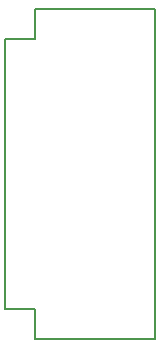
<source format=gko>
G04 #@! TF.FileFunction,Profile,NP*
%FSLAX46Y46*%
G04 Gerber Fmt 4.6, Leading zero omitted, Abs format (unit mm)*
G04 Created by KiCad (PCBNEW 4.0.1-stable) date 2/16/2016 3:06:14 PM*
%MOMM*%
G01*
G04 APERTURE LIST*
%ADD10C,0.100000*%
%ADD11C,0.150000*%
G04 APERTURE END LIST*
D10*
D11*
X127000000Y-91440000D02*
X127000000Y-114300000D01*
X129540000Y-91440000D02*
X127000000Y-91440000D01*
X129540000Y-88900000D02*
X129540000Y-91440000D01*
X139700000Y-88900000D02*
X129540000Y-88900000D01*
X139700000Y-116840000D02*
X139700000Y-88900000D01*
X129540000Y-116840000D02*
X139700000Y-116840000D01*
X129540000Y-114300000D02*
X129540000Y-116840000D01*
X127000000Y-114300000D02*
X129540000Y-114300000D01*
M02*

</source>
